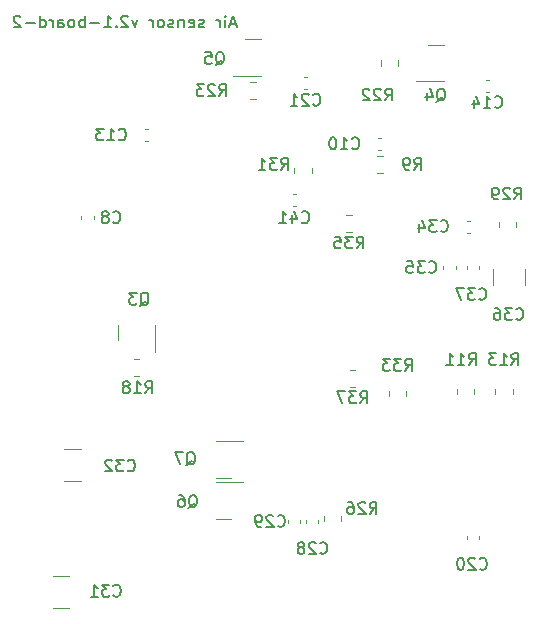
<source format=gbr>
%TF.GenerationSoftware,KiCad,Pcbnew,7.0.9-7.0.9~ubuntu22.04.1*%
%TF.CreationDate,2023-12-02T23:02:12+03:00*%
%TF.ProjectId,air-detector,6169722d-6465-4746-9563-746f722e6b69,rev?*%
%TF.SameCoordinates,Original*%
%TF.FileFunction,Legend,Bot*%
%TF.FilePolarity,Positive*%
%FSLAX46Y46*%
G04 Gerber Fmt 4.6, Leading zero omitted, Abs format (unit mm)*
G04 Created by KiCad (PCBNEW 7.0.9-7.0.9~ubuntu22.04.1) date 2023-12-02 23:02:12*
%MOMM*%
%LPD*%
G01*
G04 APERTURE LIST*
%ADD10C,0.150000*%
%ADD11C,0.120000*%
G04 APERTURE END LIST*
D10*
X84310839Y-33104104D02*
X83834649Y-33104104D01*
X84406077Y-33389819D02*
X84072744Y-32389819D01*
X84072744Y-32389819D02*
X83739411Y-33389819D01*
X83406077Y-33389819D02*
X83406077Y-32723152D01*
X83406077Y-32389819D02*
X83453696Y-32437438D01*
X83453696Y-32437438D02*
X83406077Y-32485057D01*
X83406077Y-32485057D02*
X83358458Y-32437438D01*
X83358458Y-32437438D02*
X83406077Y-32389819D01*
X83406077Y-32389819D02*
X83406077Y-32485057D01*
X82929887Y-33389819D02*
X82929887Y-32723152D01*
X82929887Y-32913628D02*
X82882268Y-32818390D01*
X82882268Y-32818390D02*
X82834649Y-32770771D01*
X82834649Y-32770771D02*
X82739411Y-32723152D01*
X82739411Y-32723152D02*
X82644173Y-32723152D01*
X81596553Y-33342200D02*
X81501315Y-33389819D01*
X81501315Y-33389819D02*
X81310839Y-33389819D01*
X81310839Y-33389819D02*
X81215601Y-33342200D01*
X81215601Y-33342200D02*
X81167982Y-33246961D01*
X81167982Y-33246961D02*
X81167982Y-33199342D01*
X81167982Y-33199342D02*
X81215601Y-33104104D01*
X81215601Y-33104104D02*
X81310839Y-33056485D01*
X81310839Y-33056485D02*
X81453696Y-33056485D01*
X81453696Y-33056485D02*
X81548934Y-33008866D01*
X81548934Y-33008866D02*
X81596553Y-32913628D01*
X81596553Y-32913628D02*
X81596553Y-32866009D01*
X81596553Y-32866009D02*
X81548934Y-32770771D01*
X81548934Y-32770771D02*
X81453696Y-32723152D01*
X81453696Y-32723152D02*
X81310839Y-32723152D01*
X81310839Y-32723152D02*
X81215601Y-32770771D01*
X80358458Y-33342200D02*
X80453696Y-33389819D01*
X80453696Y-33389819D02*
X80644172Y-33389819D01*
X80644172Y-33389819D02*
X80739410Y-33342200D01*
X80739410Y-33342200D02*
X80787029Y-33246961D01*
X80787029Y-33246961D02*
X80787029Y-32866009D01*
X80787029Y-32866009D02*
X80739410Y-32770771D01*
X80739410Y-32770771D02*
X80644172Y-32723152D01*
X80644172Y-32723152D02*
X80453696Y-32723152D01*
X80453696Y-32723152D02*
X80358458Y-32770771D01*
X80358458Y-32770771D02*
X80310839Y-32866009D01*
X80310839Y-32866009D02*
X80310839Y-32961247D01*
X80310839Y-32961247D02*
X80787029Y-33056485D01*
X79882267Y-32723152D02*
X79882267Y-33389819D01*
X79882267Y-32818390D02*
X79834648Y-32770771D01*
X79834648Y-32770771D02*
X79739410Y-32723152D01*
X79739410Y-32723152D02*
X79596553Y-32723152D01*
X79596553Y-32723152D02*
X79501315Y-32770771D01*
X79501315Y-32770771D02*
X79453696Y-32866009D01*
X79453696Y-32866009D02*
X79453696Y-33389819D01*
X79025124Y-33342200D02*
X78929886Y-33389819D01*
X78929886Y-33389819D02*
X78739410Y-33389819D01*
X78739410Y-33389819D02*
X78644172Y-33342200D01*
X78644172Y-33342200D02*
X78596553Y-33246961D01*
X78596553Y-33246961D02*
X78596553Y-33199342D01*
X78596553Y-33199342D02*
X78644172Y-33104104D01*
X78644172Y-33104104D02*
X78739410Y-33056485D01*
X78739410Y-33056485D02*
X78882267Y-33056485D01*
X78882267Y-33056485D02*
X78977505Y-33008866D01*
X78977505Y-33008866D02*
X79025124Y-32913628D01*
X79025124Y-32913628D02*
X79025124Y-32866009D01*
X79025124Y-32866009D02*
X78977505Y-32770771D01*
X78977505Y-32770771D02*
X78882267Y-32723152D01*
X78882267Y-32723152D02*
X78739410Y-32723152D01*
X78739410Y-32723152D02*
X78644172Y-32770771D01*
X78025124Y-33389819D02*
X78120362Y-33342200D01*
X78120362Y-33342200D02*
X78167981Y-33294580D01*
X78167981Y-33294580D02*
X78215600Y-33199342D01*
X78215600Y-33199342D02*
X78215600Y-32913628D01*
X78215600Y-32913628D02*
X78167981Y-32818390D01*
X78167981Y-32818390D02*
X78120362Y-32770771D01*
X78120362Y-32770771D02*
X78025124Y-32723152D01*
X78025124Y-32723152D02*
X77882267Y-32723152D01*
X77882267Y-32723152D02*
X77787029Y-32770771D01*
X77787029Y-32770771D02*
X77739410Y-32818390D01*
X77739410Y-32818390D02*
X77691791Y-32913628D01*
X77691791Y-32913628D02*
X77691791Y-33199342D01*
X77691791Y-33199342D02*
X77739410Y-33294580D01*
X77739410Y-33294580D02*
X77787029Y-33342200D01*
X77787029Y-33342200D02*
X77882267Y-33389819D01*
X77882267Y-33389819D02*
X78025124Y-33389819D01*
X77263219Y-33389819D02*
X77263219Y-32723152D01*
X77263219Y-32913628D02*
X77215600Y-32818390D01*
X77215600Y-32818390D02*
X77167981Y-32770771D01*
X77167981Y-32770771D02*
X77072743Y-32723152D01*
X77072743Y-32723152D02*
X76977505Y-32723152D01*
X75977504Y-32723152D02*
X75739409Y-33389819D01*
X75739409Y-33389819D02*
X75501314Y-32723152D01*
X75167980Y-32485057D02*
X75120361Y-32437438D01*
X75120361Y-32437438D02*
X75025123Y-32389819D01*
X75025123Y-32389819D02*
X74787028Y-32389819D01*
X74787028Y-32389819D02*
X74691790Y-32437438D01*
X74691790Y-32437438D02*
X74644171Y-32485057D01*
X74644171Y-32485057D02*
X74596552Y-32580295D01*
X74596552Y-32580295D02*
X74596552Y-32675533D01*
X74596552Y-32675533D02*
X74644171Y-32818390D01*
X74644171Y-32818390D02*
X75215599Y-33389819D01*
X75215599Y-33389819D02*
X74596552Y-33389819D01*
X74167980Y-33294580D02*
X74120361Y-33342200D01*
X74120361Y-33342200D02*
X74167980Y-33389819D01*
X74167980Y-33389819D02*
X74215599Y-33342200D01*
X74215599Y-33342200D02*
X74167980Y-33294580D01*
X74167980Y-33294580D02*
X74167980Y-33389819D01*
X73167981Y-33389819D02*
X73739409Y-33389819D01*
X73453695Y-33389819D02*
X73453695Y-32389819D01*
X73453695Y-32389819D02*
X73548933Y-32532676D01*
X73548933Y-32532676D02*
X73644171Y-32627914D01*
X73644171Y-32627914D02*
X73739409Y-32675533D01*
X72739409Y-33008866D02*
X71977505Y-33008866D01*
X71501314Y-33389819D02*
X71501314Y-32389819D01*
X71501314Y-32770771D02*
X71406076Y-32723152D01*
X71406076Y-32723152D02*
X71215600Y-32723152D01*
X71215600Y-32723152D02*
X71120362Y-32770771D01*
X71120362Y-32770771D02*
X71072743Y-32818390D01*
X71072743Y-32818390D02*
X71025124Y-32913628D01*
X71025124Y-32913628D02*
X71025124Y-33199342D01*
X71025124Y-33199342D02*
X71072743Y-33294580D01*
X71072743Y-33294580D02*
X71120362Y-33342200D01*
X71120362Y-33342200D02*
X71215600Y-33389819D01*
X71215600Y-33389819D02*
X71406076Y-33389819D01*
X71406076Y-33389819D02*
X71501314Y-33342200D01*
X70453695Y-33389819D02*
X70548933Y-33342200D01*
X70548933Y-33342200D02*
X70596552Y-33294580D01*
X70596552Y-33294580D02*
X70644171Y-33199342D01*
X70644171Y-33199342D02*
X70644171Y-32913628D01*
X70644171Y-32913628D02*
X70596552Y-32818390D01*
X70596552Y-32818390D02*
X70548933Y-32770771D01*
X70548933Y-32770771D02*
X70453695Y-32723152D01*
X70453695Y-32723152D02*
X70310838Y-32723152D01*
X70310838Y-32723152D02*
X70215600Y-32770771D01*
X70215600Y-32770771D02*
X70167981Y-32818390D01*
X70167981Y-32818390D02*
X70120362Y-32913628D01*
X70120362Y-32913628D02*
X70120362Y-33199342D01*
X70120362Y-33199342D02*
X70167981Y-33294580D01*
X70167981Y-33294580D02*
X70215600Y-33342200D01*
X70215600Y-33342200D02*
X70310838Y-33389819D01*
X70310838Y-33389819D02*
X70453695Y-33389819D01*
X69263219Y-33389819D02*
X69263219Y-32866009D01*
X69263219Y-32866009D02*
X69310838Y-32770771D01*
X69310838Y-32770771D02*
X69406076Y-32723152D01*
X69406076Y-32723152D02*
X69596552Y-32723152D01*
X69596552Y-32723152D02*
X69691790Y-32770771D01*
X69263219Y-33342200D02*
X69358457Y-33389819D01*
X69358457Y-33389819D02*
X69596552Y-33389819D01*
X69596552Y-33389819D02*
X69691790Y-33342200D01*
X69691790Y-33342200D02*
X69739409Y-33246961D01*
X69739409Y-33246961D02*
X69739409Y-33151723D01*
X69739409Y-33151723D02*
X69691790Y-33056485D01*
X69691790Y-33056485D02*
X69596552Y-33008866D01*
X69596552Y-33008866D02*
X69358457Y-33008866D01*
X69358457Y-33008866D02*
X69263219Y-32961247D01*
X68787028Y-33389819D02*
X68787028Y-32723152D01*
X68787028Y-32913628D02*
X68739409Y-32818390D01*
X68739409Y-32818390D02*
X68691790Y-32770771D01*
X68691790Y-32770771D02*
X68596552Y-32723152D01*
X68596552Y-32723152D02*
X68501314Y-32723152D01*
X67739409Y-33389819D02*
X67739409Y-32389819D01*
X67739409Y-33342200D02*
X67834647Y-33389819D01*
X67834647Y-33389819D02*
X68025123Y-33389819D01*
X68025123Y-33389819D02*
X68120361Y-33342200D01*
X68120361Y-33342200D02*
X68167980Y-33294580D01*
X68167980Y-33294580D02*
X68215599Y-33199342D01*
X68215599Y-33199342D02*
X68215599Y-32913628D01*
X68215599Y-32913628D02*
X68167980Y-32818390D01*
X68167980Y-32818390D02*
X68120361Y-32770771D01*
X68120361Y-32770771D02*
X68025123Y-32723152D01*
X68025123Y-32723152D02*
X67834647Y-32723152D01*
X67834647Y-32723152D02*
X67739409Y-32770771D01*
X67263218Y-33008866D02*
X66501314Y-33008866D01*
X66072742Y-32485057D02*
X66025123Y-32437438D01*
X66025123Y-32437438D02*
X65929885Y-32389819D01*
X65929885Y-32389819D02*
X65691790Y-32389819D01*
X65691790Y-32389819D02*
X65596552Y-32437438D01*
X65596552Y-32437438D02*
X65548933Y-32485057D01*
X65548933Y-32485057D02*
X65501314Y-32580295D01*
X65501314Y-32580295D02*
X65501314Y-32675533D01*
X65501314Y-32675533D02*
X65548933Y-32818390D01*
X65548933Y-32818390D02*
X66120361Y-33389819D01*
X66120361Y-33389819D02*
X65501314Y-33389819D01*
X80295238Y-74070057D02*
X80390476Y-74022438D01*
X80390476Y-74022438D02*
X80485714Y-73927200D01*
X80485714Y-73927200D02*
X80628571Y-73784342D01*
X80628571Y-73784342D02*
X80723809Y-73736723D01*
X80723809Y-73736723D02*
X80819047Y-73736723D01*
X80771428Y-73974819D02*
X80866666Y-73927200D01*
X80866666Y-73927200D02*
X80961904Y-73831961D01*
X80961904Y-73831961D02*
X81009523Y-73641485D01*
X81009523Y-73641485D02*
X81009523Y-73308152D01*
X81009523Y-73308152D02*
X80961904Y-73117676D01*
X80961904Y-73117676D02*
X80866666Y-73022438D01*
X80866666Y-73022438D02*
X80771428Y-72974819D01*
X80771428Y-72974819D02*
X80580952Y-72974819D01*
X80580952Y-72974819D02*
X80485714Y-73022438D01*
X80485714Y-73022438D02*
X80390476Y-73117676D01*
X80390476Y-73117676D02*
X80342857Y-73308152D01*
X80342857Y-73308152D02*
X80342857Y-73641485D01*
X80342857Y-73641485D02*
X80390476Y-73831961D01*
X80390476Y-73831961D02*
X80485714Y-73927200D01*
X80485714Y-73927200D02*
X80580952Y-73974819D01*
X80580952Y-73974819D02*
X80771428Y-73974819D01*
X79485714Y-72974819D02*
X79676190Y-72974819D01*
X79676190Y-72974819D02*
X79771428Y-73022438D01*
X79771428Y-73022438D02*
X79819047Y-73070057D01*
X79819047Y-73070057D02*
X79914285Y-73212914D01*
X79914285Y-73212914D02*
X79961904Y-73403390D01*
X79961904Y-73403390D02*
X79961904Y-73784342D01*
X79961904Y-73784342D02*
X79914285Y-73879580D01*
X79914285Y-73879580D02*
X79866666Y-73927200D01*
X79866666Y-73927200D02*
X79771428Y-73974819D01*
X79771428Y-73974819D02*
X79580952Y-73974819D01*
X79580952Y-73974819D02*
X79485714Y-73927200D01*
X79485714Y-73927200D02*
X79438095Y-73879580D01*
X79438095Y-73879580D02*
X79390476Y-73784342D01*
X79390476Y-73784342D02*
X79390476Y-73546247D01*
X79390476Y-73546247D02*
X79438095Y-73451009D01*
X79438095Y-73451009D02*
X79485714Y-73403390D01*
X79485714Y-73403390D02*
X79580952Y-73355771D01*
X79580952Y-73355771D02*
X79771428Y-73355771D01*
X79771428Y-73355771D02*
X79866666Y-73403390D01*
X79866666Y-73403390D02*
X79914285Y-73451009D01*
X79914285Y-73451009D02*
X79961904Y-73546247D01*
X73942857Y-81479580D02*
X73990476Y-81527200D01*
X73990476Y-81527200D02*
X74133333Y-81574819D01*
X74133333Y-81574819D02*
X74228571Y-81574819D01*
X74228571Y-81574819D02*
X74371428Y-81527200D01*
X74371428Y-81527200D02*
X74466666Y-81431961D01*
X74466666Y-81431961D02*
X74514285Y-81336723D01*
X74514285Y-81336723D02*
X74561904Y-81146247D01*
X74561904Y-81146247D02*
X74561904Y-81003390D01*
X74561904Y-81003390D02*
X74514285Y-80812914D01*
X74514285Y-80812914D02*
X74466666Y-80717676D01*
X74466666Y-80717676D02*
X74371428Y-80622438D01*
X74371428Y-80622438D02*
X74228571Y-80574819D01*
X74228571Y-80574819D02*
X74133333Y-80574819D01*
X74133333Y-80574819D02*
X73990476Y-80622438D01*
X73990476Y-80622438D02*
X73942857Y-80670057D01*
X73609523Y-80574819D02*
X72990476Y-80574819D01*
X72990476Y-80574819D02*
X73323809Y-80955771D01*
X73323809Y-80955771D02*
X73180952Y-80955771D01*
X73180952Y-80955771D02*
X73085714Y-81003390D01*
X73085714Y-81003390D02*
X73038095Y-81051009D01*
X73038095Y-81051009D02*
X72990476Y-81146247D01*
X72990476Y-81146247D02*
X72990476Y-81384342D01*
X72990476Y-81384342D02*
X73038095Y-81479580D01*
X73038095Y-81479580D02*
X73085714Y-81527200D01*
X73085714Y-81527200D02*
X73180952Y-81574819D01*
X73180952Y-81574819D02*
X73466666Y-81574819D01*
X73466666Y-81574819D02*
X73561904Y-81527200D01*
X73561904Y-81527200D02*
X73609523Y-81479580D01*
X72038095Y-81574819D02*
X72609523Y-81574819D01*
X72323809Y-81574819D02*
X72323809Y-80574819D01*
X72323809Y-80574819D02*
X72419047Y-80717676D01*
X72419047Y-80717676D02*
X72514285Y-80812914D01*
X72514285Y-80812914D02*
X72609523Y-80860533D01*
X104892857Y-56359580D02*
X104940476Y-56407200D01*
X104940476Y-56407200D02*
X105083333Y-56454819D01*
X105083333Y-56454819D02*
X105178571Y-56454819D01*
X105178571Y-56454819D02*
X105321428Y-56407200D01*
X105321428Y-56407200D02*
X105416666Y-56311961D01*
X105416666Y-56311961D02*
X105464285Y-56216723D01*
X105464285Y-56216723D02*
X105511904Y-56026247D01*
X105511904Y-56026247D02*
X105511904Y-55883390D01*
X105511904Y-55883390D02*
X105464285Y-55692914D01*
X105464285Y-55692914D02*
X105416666Y-55597676D01*
X105416666Y-55597676D02*
X105321428Y-55502438D01*
X105321428Y-55502438D02*
X105178571Y-55454819D01*
X105178571Y-55454819D02*
X105083333Y-55454819D01*
X105083333Y-55454819D02*
X104940476Y-55502438D01*
X104940476Y-55502438D02*
X104892857Y-55550057D01*
X104559523Y-55454819D02*
X103940476Y-55454819D01*
X103940476Y-55454819D02*
X104273809Y-55835771D01*
X104273809Y-55835771D02*
X104130952Y-55835771D01*
X104130952Y-55835771D02*
X104035714Y-55883390D01*
X104035714Y-55883390D02*
X103988095Y-55931009D01*
X103988095Y-55931009D02*
X103940476Y-56026247D01*
X103940476Y-56026247D02*
X103940476Y-56264342D01*
X103940476Y-56264342D02*
X103988095Y-56359580D01*
X103988095Y-56359580D02*
X104035714Y-56407200D01*
X104035714Y-56407200D02*
X104130952Y-56454819D01*
X104130952Y-56454819D02*
X104416666Y-56454819D01*
X104416666Y-56454819D02*
X104511904Y-56407200D01*
X104511904Y-56407200D02*
X104559523Y-56359580D01*
X103607142Y-55454819D02*
X102940476Y-55454819D01*
X102940476Y-55454819D02*
X103369047Y-56454819D01*
X91442857Y-77879580D02*
X91490476Y-77927200D01*
X91490476Y-77927200D02*
X91633333Y-77974819D01*
X91633333Y-77974819D02*
X91728571Y-77974819D01*
X91728571Y-77974819D02*
X91871428Y-77927200D01*
X91871428Y-77927200D02*
X91966666Y-77831961D01*
X91966666Y-77831961D02*
X92014285Y-77736723D01*
X92014285Y-77736723D02*
X92061904Y-77546247D01*
X92061904Y-77546247D02*
X92061904Y-77403390D01*
X92061904Y-77403390D02*
X92014285Y-77212914D01*
X92014285Y-77212914D02*
X91966666Y-77117676D01*
X91966666Y-77117676D02*
X91871428Y-77022438D01*
X91871428Y-77022438D02*
X91728571Y-76974819D01*
X91728571Y-76974819D02*
X91633333Y-76974819D01*
X91633333Y-76974819D02*
X91490476Y-77022438D01*
X91490476Y-77022438D02*
X91442857Y-77070057D01*
X91061904Y-77070057D02*
X91014285Y-77022438D01*
X91014285Y-77022438D02*
X90919047Y-76974819D01*
X90919047Y-76974819D02*
X90680952Y-76974819D01*
X90680952Y-76974819D02*
X90585714Y-77022438D01*
X90585714Y-77022438D02*
X90538095Y-77070057D01*
X90538095Y-77070057D02*
X90490476Y-77165295D01*
X90490476Y-77165295D02*
X90490476Y-77260533D01*
X90490476Y-77260533D02*
X90538095Y-77403390D01*
X90538095Y-77403390D02*
X91109523Y-77974819D01*
X91109523Y-77974819D02*
X90490476Y-77974819D01*
X89919047Y-77403390D02*
X90014285Y-77355771D01*
X90014285Y-77355771D02*
X90061904Y-77308152D01*
X90061904Y-77308152D02*
X90109523Y-77212914D01*
X90109523Y-77212914D02*
X90109523Y-77165295D01*
X90109523Y-77165295D02*
X90061904Y-77070057D01*
X90061904Y-77070057D02*
X90014285Y-77022438D01*
X90014285Y-77022438D02*
X89919047Y-76974819D01*
X89919047Y-76974819D02*
X89728571Y-76974819D01*
X89728571Y-76974819D02*
X89633333Y-77022438D01*
X89633333Y-77022438D02*
X89585714Y-77070057D01*
X89585714Y-77070057D02*
X89538095Y-77165295D01*
X89538095Y-77165295D02*
X89538095Y-77212914D01*
X89538095Y-77212914D02*
X89585714Y-77308152D01*
X89585714Y-77308152D02*
X89633333Y-77355771D01*
X89633333Y-77355771D02*
X89728571Y-77403390D01*
X89728571Y-77403390D02*
X89919047Y-77403390D01*
X89919047Y-77403390D02*
X90014285Y-77451009D01*
X90014285Y-77451009D02*
X90061904Y-77498628D01*
X90061904Y-77498628D02*
X90109523Y-77593866D01*
X90109523Y-77593866D02*
X90109523Y-77784342D01*
X90109523Y-77784342D02*
X90061904Y-77879580D01*
X90061904Y-77879580D02*
X90014285Y-77927200D01*
X90014285Y-77927200D02*
X89919047Y-77974819D01*
X89919047Y-77974819D02*
X89728571Y-77974819D01*
X89728571Y-77974819D02*
X89633333Y-77927200D01*
X89633333Y-77927200D02*
X89585714Y-77879580D01*
X89585714Y-77879580D02*
X89538095Y-77784342D01*
X89538095Y-77784342D02*
X89538095Y-77593866D01*
X89538095Y-77593866D02*
X89585714Y-77498628D01*
X89585714Y-77498628D02*
X89633333Y-77451009D01*
X89633333Y-77451009D02*
X89728571Y-77403390D01*
X74392857Y-42859580D02*
X74440476Y-42907200D01*
X74440476Y-42907200D02*
X74583333Y-42954819D01*
X74583333Y-42954819D02*
X74678571Y-42954819D01*
X74678571Y-42954819D02*
X74821428Y-42907200D01*
X74821428Y-42907200D02*
X74916666Y-42811961D01*
X74916666Y-42811961D02*
X74964285Y-42716723D01*
X74964285Y-42716723D02*
X75011904Y-42526247D01*
X75011904Y-42526247D02*
X75011904Y-42383390D01*
X75011904Y-42383390D02*
X74964285Y-42192914D01*
X74964285Y-42192914D02*
X74916666Y-42097676D01*
X74916666Y-42097676D02*
X74821428Y-42002438D01*
X74821428Y-42002438D02*
X74678571Y-41954819D01*
X74678571Y-41954819D02*
X74583333Y-41954819D01*
X74583333Y-41954819D02*
X74440476Y-42002438D01*
X74440476Y-42002438D02*
X74392857Y-42050057D01*
X73440476Y-42954819D02*
X74011904Y-42954819D01*
X73726190Y-42954819D02*
X73726190Y-41954819D01*
X73726190Y-41954819D02*
X73821428Y-42097676D01*
X73821428Y-42097676D02*
X73916666Y-42192914D01*
X73916666Y-42192914D02*
X74011904Y-42240533D01*
X73107142Y-41954819D02*
X72488095Y-41954819D01*
X72488095Y-41954819D02*
X72821428Y-42335771D01*
X72821428Y-42335771D02*
X72678571Y-42335771D01*
X72678571Y-42335771D02*
X72583333Y-42383390D01*
X72583333Y-42383390D02*
X72535714Y-42431009D01*
X72535714Y-42431009D02*
X72488095Y-42526247D01*
X72488095Y-42526247D02*
X72488095Y-42764342D01*
X72488095Y-42764342D02*
X72535714Y-42859580D01*
X72535714Y-42859580D02*
X72583333Y-42907200D01*
X72583333Y-42907200D02*
X72678571Y-42954819D01*
X72678571Y-42954819D02*
X72964285Y-42954819D01*
X72964285Y-42954819D02*
X73059523Y-42907200D01*
X73059523Y-42907200D02*
X73107142Y-42859580D01*
X76195238Y-56950057D02*
X76290476Y-56902438D01*
X76290476Y-56902438D02*
X76385714Y-56807200D01*
X76385714Y-56807200D02*
X76528571Y-56664342D01*
X76528571Y-56664342D02*
X76623809Y-56616723D01*
X76623809Y-56616723D02*
X76719047Y-56616723D01*
X76671428Y-56854819D02*
X76766666Y-56807200D01*
X76766666Y-56807200D02*
X76861904Y-56711961D01*
X76861904Y-56711961D02*
X76909523Y-56521485D01*
X76909523Y-56521485D02*
X76909523Y-56188152D01*
X76909523Y-56188152D02*
X76861904Y-55997676D01*
X76861904Y-55997676D02*
X76766666Y-55902438D01*
X76766666Y-55902438D02*
X76671428Y-55854819D01*
X76671428Y-55854819D02*
X76480952Y-55854819D01*
X76480952Y-55854819D02*
X76385714Y-55902438D01*
X76385714Y-55902438D02*
X76290476Y-55997676D01*
X76290476Y-55997676D02*
X76242857Y-56188152D01*
X76242857Y-56188152D02*
X76242857Y-56521485D01*
X76242857Y-56521485D02*
X76290476Y-56711961D01*
X76290476Y-56711961D02*
X76385714Y-56807200D01*
X76385714Y-56807200D02*
X76480952Y-56854819D01*
X76480952Y-56854819D02*
X76671428Y-56854819D01*
X75909523Y-55854819D02*
X75290476Y-55854819D01*
X75290476Y-55854819D02*
X75623809Y-56235771D01*
X75623809Y-56235771D02*
X75480952Y-56235771D01*
X75480952Y-56235771D02*
X75385714Y-56283390D01*
X75385714Y-56283390D02*
X75338095Y-56331009D01*
X75338095Y-56331009D02*
X75290476Y-56426247D01*
X75290476Y-56426247D02*
X75290476Y-56664342D01*
X75290476Y-56664342D02*
X75338095Y-56759580D01*
X75338095Y-56759580D02*
X75385714Y-56807200D01*
X75385714Y-56807200D02*
X75480952Y-56854819D01*
X75480952Y-56854819D02*
X75766666Y-56854819D01*
X75766666Y-56854819D02*
X75861904Y-56807200D01*
X75861904Y-56807200D02*
X75909523Y-56759580D01*
X82892857Y-39204819D02*
X83226190Y-38728628D01*
X83464285Y-39204819D02*
X83464285Y-38204819D01*
X83464285Y-38204819D02*
X83083333Y-38204819D01*
X83083333Y-38204819D02*
X82988095Y-38252438D01*
X82988095Y-38252438D02*
X82940476Y-38300057D01*
X82940476Y-38300057D02*
X82892857Y-38395295D01*
X82892857Y-38395295D02*
X82892857Y-38538152D01*
X82892857Y-38538152D02*
X82940476Y-38633390D01*
X82940476Y-38633390D02*
X82988095Y-38681009D01*
X82988095Y-38681009D02*
X83083333Y-38728628D01*
X83083333Y-38728628D02*
X83464285Y-38728628D01*
X82511904Y-38300057D02*
X82464285Y-38252438D01*
X82464285Y-38252438D02*
X82369047Y-38204819D01*
X82369047Y-38204819D02*
X82130952Y-38204819D01*
X82130952Y-38204819D02*
X82035714Y-38252438D01*
X82035714Y-38252438D02*
X81988095Y-38300057D01*
X81988095Y-38300057D02*
X81940476Y-38395295D01*
X81940476Y-38395295D02*
X81940476Y-38490533D01*
X81940476Y-38490533D02*
X81988095Y-38633390D01*
X81988095Y-38633390D02*
X82559523Y-39204819D01*
X82559523Y-39204819D02*
X81940476Y-39204819D01*
X81607142Y-38204819D02*
X80988095Y-38204819D01*
X80988095Y-38204819D02*
X81321428Y-38585771D01*
X81321428Y-38585771D02*
X81178571Y-38585771D01*
X81178571Y-38585771D02*
X81083333Y-38633390D01*
X81083333Y-38633390D02*
X81035714Y-38681009D01*
X81035714Y-38681009D02*
X80988095Y-38776247D01*
X80988095Y-38776247D02*
X80988095Y-39014342D01*
X80988095Y-39014342D02*
X81035714Y-39109580D01*
X81035714Y-39109580D02*
X81083333Y-39157200D01*
X81083333Y-39157200D02*
X81178571Y-39204819D01*
X81178571Y-39204819D02*
X81464285Y-39204819D01*
X81464285Y-39204819D02*
X81559523Y-39157200D01*
X81559523Y-39157200D02*
X81607142Y-39109580D01*
X106242857Y-40109580D02*
X106290476Y-40157200D01*
X106290476Y-40157200D02*
X106433333Y-40204819D01*
X106433333Y-40204819D02*
X106528571Y-40204819D01*
X106528571Y-40204819D02*
X106671428Y-40157200D01*
X106671428Y-40157200D02*
X106766666Y-40061961D01*
X106766666Y-40061961D02*
X106814285Y-39966723D01*
X106814285Y-39966723D02*
X106861904Y-39776247D01*
X106861904Y-39776247D02*
X106861904Y-39633390D01*
X106861904Y-39633390D02*
X106814285Y-39442914D01*
X106814285Y-39442914D02*
X106766666Y-39347676D01*
X106766666Y-39347676D02*
X106671428Y-39252438D01*
X106671428Y-39252438D02*
X106528571Y-39204819D01*
X106528571Y-39204819D02*
X106433333Y-39204819D01*
X106433333Y-39204819D02*
X106290476Y-39252438D01*
X106290476Y-39252438D02*
X106242857Y-39300057D01*
X105290476Y-40204819D02*
X105861904Y-40204819D01*
X105576190Y-40204819D02*
X105576190Y-39204819D01*
X105576190Y-39204819D02*
X105671428Y-39347676D01*
X105671428Y-39347676D02*
X105766666Y-39442914D01*
X105766666Y-39442914D02*
X105861904Y-39490533D01*
X104433333Y-39538152D02*
X104433333Y-40204819D01*
X104671428Y-39157200D02*
X104909523Y-39871485D01*
X104909523Y-39871485D02*
X104290476Y-39871485D01*
X100642857Y-54079580D02*
X100690476Y-54127200D01*
X100690476Y-54127200D02*
X100833333Y-54174819D01*
X100833333Y-54174819D02*
X100928571Y-54174819D01*
X100928571Y-54174819D02*
X101071428Y-54127200D01*
X101071428Y-54127200D02*
X101166666Y-54031961D01*
X101166666Y-54031961D02*
X101214285Y-53936723D01*
X101214285Y-53936723D02*
X101261904Y-53746247D01*
X101261904Y-53746247D02*
X101261904Y-53603390D01*
X101261904Y-53603390D02*
X101214285Y-53412914D01*
X101214285Y-53412914D02*
X101166666Y-53317676D01*
X101166666Y-53317676D02*
X101071428Y-53222438D01*
X101071428Y-53222438D02*
X100928571Y-53174819D01*
X100928571Y-53174819D02*
X100833333Y-53174819D01*
X100833333Y-53174819D02*
X100690476Y-53222438D01*
X100690476Y-53222438D02*
X100642857Y-53270057D01*
X100309523Y-53174819D02*
X99690476Y-53174819D01*
X99690476Y-53174819D02*
X100023809Y-53555771D01*
X100023809Y-53555771D02*
X99880952Y-53555771D01*
X99880952Y-53555771D02*
X99785714Y-53603390D01*
X99785714Y-53603390D02*
X99738095Y-53651009D01*
X99738095Y-53651009D02*
X99690476Y-53746247D01*
X99690476Y-53746247D02*
X99690476Y-53984342D01*
X99690476Y-53984342D02*
X99738095Y-54079580D01*
X99738095Y-54079580D02*
X99785714Y-54127200D01*
X99785714Y-54127200D02*
X99880952Y-54174819D01*
X99880952Y-54174819D02*
X100166666Y-54174819D01*
X100166666Y-54174819D02*
X100261904Y-54127200D01*
X100261904Y-54127200D02*
X100309523Y-54079580D01*
X98785714Y-53174819D02*
X99261904Y-53174819D01*
X99261904Y-53174819D02*
X99309523Y-53651009D01*
X99309523Y-53651009D02*
X99261904Y-53603390D01*
X99261904Y-53603390D02*
X99166666Y-53555771D01*
X99166666Y-53555771D02*
X98928571Y-53555771D01*
X98928571Y-53555771D02*
X98833333Y-53603390D01*
X98833333Y-53603390D02*
X98785714Y-53651009D01*
X98785714Y-53651009D02*
X98738095Y-53746247D01*
X98738095Y-53746247D02*
X98738095Y-53984342D01*
X98738095Y-53984342D02*
X98785714Y-54079580D01*
X98785714Y-54079580D02*
X98833333Y-54127200D01*
X98833333Y-54127200D02*
X98928571Y-54174819D01*
X98928571Y-54174819D02*
X99166666Y-54174819D01*
X99166666Y-54174819D02*
X99261904Y-54127200D01*
X99261904Y-54127200D02*
X99309523Y-54079580D01*
X95642857Y-74574819D02*
X95976190Y-74098628D01*
X96214285Y-74574819D02*
X96214285Y-73574819D01*
X96214285Y-73574819D02*
X95833333Y-73574819D01*
X95833333Y-73574819D02*
X95738095Y-73622438D01*
X95738095Y-73622438D02*
X95690476Y-73670057D01*
X95690476Y-73670057D02*
X95642857Y-73765295D01*
X95642857Y-73765295D02*
X95642857Y-73908152D01*
X95642857Y-73908152D02*
X95690476Y-74003390D01*
X95690476Y-74003390D02*
X95738095Y-74051009D01*
X95738095Y-74051009D02*
X95833333Y-74098628D01*
X95833333Y-74098628D02*
X96214285Y-74098628D01*
X95261904Y-73670057D02*
X95214285Y-73622438D01*
X95214285Y-73622438D02*
X95119047Y-73574819D01*
X95119047Y-73574819D02*
X94880952Y-73574819D01*
X94880952Y-73574819D02*
X94785714Y-73622438D01*
X94785714Y-73622438D02*
X94738095Y-73670057D01*
X94738095Y-73670057D02*
X94690476Y-73765295D01*
X94690476Y-73765295D02*
X94690476Y-73860533D01*
X94690476Y-73860533D02*
X94738095Y-74003390D01*
X94738095Y-74003390D02*
X95309523Y-74574819D01*
X95309523Y-74574819D02*
X94690476Y-74574819D01*
X93833333Y-73574819D02*
X94023809Y-73574819D01*
X94023809Y-73574819D02*
X94119047Y-73622438D01*
X94119047Y-73622438D02*
X94166666Y-73670057D01*
X94166666Y-73670057D02*
X94261904Y-73812914D01*
X94261904Y-73812914D02*
X94309523Y-74003390D01*
X94309523Y-74003390D02*
X94309523Y-74384342D01*
X94309523Y-74384342D02*
X94261904Y-74479580D01*
X94261904Y-74479580D02*
X94214285Y-74527200D01*
X94214285Y-74527200D02*
X94119047Y-74574819D01*
X94119047Y-74574819D02*
X93928571Y-74574819D01*
X93928571Y-74574819D02*
X93833333Y-74527200D01*
X93833333Y-74527200D02*
X93785714Y-74479580D01*
X93785714Y-74479580D02*
X93738095Y-74384342D01*
X93738095Y-74384342D02*
X93738095Y-74146247D01*
X93738095Y-74146247D02*
X93785714Y-74051009D01*
X93785714Y-74051009D02*
X93833333Y-74003390D01*
X93833333Y-74003390D02*
X93928571Y-73955771D01*
X93928571Y-73955771D02*
X94119047Y-73955771D01*
X94119047Y-73955771D02*
X94214285Y-74003390D01*
X94214285Y-74003390D02*
X94261904Y-74051009D01*
X94261904Y-74051009D02*
X94309523Y-74146247D01*
X89892857Y-49859580D02*
X89940476Y-49907200D01*
X89940476Y-49907200D02*
X90083333Y-49954819D01*
X90083333Y-49954819D02*
X90178571Y-49954819D01*
X90178571Y-49954819D02*
X90321428Y-49907200D01*
X90321428Y-49907200D02*
X90416666Y-49811961D01*
X90416666Y-49811961D02*
X90464285Y-49716723D01*
X90464285Y-49716723D02*
X90511904Y-49526247D01*
X90511904Y-49526247D02*
X90511904Y-49383390D01*
X90511904Y-49383390D02*
X90464285Y-49192914D01*
X90464285Y-49192914D02*
X90416666Y-49097676D01*
X90416666Y-49097676D02*
X90321428Y-49002438D01*
X90321428Y-49002438D02*
X90178571Y-48954819D01*
X90178571Y-48954819D02*
X90083333Y-48954819D01*
X90083333Y-48954819D02*
X89940476Y-49002438D01*
X89940476Y-49002438D02*
X89892857Y-49050057D01*
X89035714Y-49288152D02*
X89035714Y-49954819D01*
X89273809Y-48907200D02*
X89511904Y-49621485D01*
X89511904Y-49621485D02*
X88892857Y-49621485D01*
X87988095Y-49954819D02*
X88559523Y-49954819D01*
X88273809Y-49954819D02*
X88273809Y-48954819D01*
X88273809Y-48954819D02*
X88369047Y-49097676D01*
X88369047Y-49097676D02*
X88464285Y-49192914D01*
X88464285Y-49192914D02*
X88559523Y-49240533D01*
X107892857Y-47954819D02*
X108226190Y-47478628D01*
X108464285Y-47954819D02*
X108464285Y-46954819D01*
X108464285Y-46954819D02*
X108083333Y-46954819D01*
X108083333Y-46954819D02*
X107988095Y-47002438D01*
X107988095Y-47002438D02*
X107940476Y-47050057D01*
X107940476Y-47050057D02*
X107892857Y-47145295D01*
X107892857Y-47145295D02*
X107892857Y-47288152D01*
X107892857Y-47288152D02*
X107940476Y-47383390D01*
X107940476Y-47383390D02*
X107988095Y-47431009D01*
X107988095Y-47431009D02*
X108083333Y-47478628D01*
X108083333Y-47478628D02*
X108464285Y-47478628D01*
X107511904Y-47050057D02*
X107464285Y-47002438D01*
X107464285Y-47002438D02*
X107369047Y-46954819D01*
X107369047Y-46954819D02*
X107130952Y-46954819D01*
X107130952Y-46954819D02*
X107035714Y-47002438D01*
X107035714Y-47002438D02*
X106988095Y-47050057D01*
X106988095Y-47050057D02*
X106940476Y-47145295D01*
X106940476Y-47145295D02*
X106940476Y-47240533D01*
X106940476Y-47240533D02*
X106988095Y-47383390D01*
X106988095Y-47383390D02*
X107559523Y-47954819D01*
X107559523Y-47954819D02*
X106940476Y-47954819D01*
X106464285Y-47954819D02*
X106273809Y-47954819D01*
X106273809Y-47954819D02*
X106178571Y-47907200D01*
X106178571Y-47907200D02*
X106130952Y-47859580D01*
X106130952Y-47859580D02*
X106035714Y-47716723D01*
X106035714Y-47716723D02*
X105988095Y-47526247D01*
X105988095Y-47526247D02*
X105988095Y-47145295D01*
X105988095Y-47145295D02*
X106035714Y-47050057D01*
X106035714Y-47050057D02*
X106083333Y-47002438D01*
X106083333Y-47002438D02*
X106178571Y-46954819D01*
X106178571Y-46954819D02*
X106369047Y-46954819D01*
X106369047Y-46954819D02*
X106464285Y-47002438D01*
X106464285Y-47002438D02*
X106511904Y-47050057D01*
X106511904Y-47050057D02*
X106559523Y-47145295D01*
X106559523Y-47145295D02*
X106559523Y-47383390D01*
X106559523Y-47383390D02*
X106511904Y-47478628D01*
X106511904Y-47478628D02*
X106464285Y-47526247D01*
X106464285Y-47526247D02*
X106369047Y-47573866D01*
X106369047Y-47573866D02*
X106178571Y-47573866D01*
X106178571Y-47573866D02*
X106083333Y-47526247D01*
X106083333Y-47526247D02*
X106035714Y-47478628D01*
X106035714Y-47478628D02*
X105988095Y-47383390D01*
X104042857Y-61974819D02*
X104376190Y-61498628D01*
X104614285Y-61974819D02*
X104614285Y-60974819D01*
X104614285Y-60974819D02*
X104233333Y-60974819D01*
X104233333Y-60974819D02*
X104138095Y-61022438D01*
X104138095Y-61022438D02*
X104090476Y-61070057D01*
X104090476Y-61070057D02*
X104042857Y-61165295D01*
X104042857Y-61165295D02*
X104042857Y-61308152D01*
X104042857Y-61308152D02*
X104090476Y-61403390D01*
X104090476Y-61403390D02*
X104138095Y-61451009D01*
X104138095Y-61451009D02*
X104233333Y-61498628D01*
X104233333Y-61498628D02*
X104614285Y-61498628D01*
X103090476Y-61974819D02*
X103661904Y-61974819D01*
X103376190Y-61974819D02*
X103376190Y-60974819D01*
X103376190Y-60974819D02*
X103471428Y-61117676D01*
X103471428Y-61117676D02*
X103566666Y-61212914D01*
X103566666Y-61212914D02*
X103661904Y-61260533D01*
X102138095Y-61974819D02*
X102709523Y-61974819D01*
X102423809Y-61974819D02*
X102423809Y-60974819D01*
X102423809Y-60974819D02*
X102519047Y-61117676D01*
X102519047Y-61117676D02*
X102614285Y-61212914D01*
X102614285Y-61212914D02*
X102709523Y-61260533D01*
X94842857Y-65204819D02*
X95176190Y-64728628D01*
X95414285Y-65204819D02*
X95414285Y-64204819D01*
X95414285Y-64204819D02*
X95033333Y-64204819D01*
X95033333Y-64204819D02*
X94938095Y-64252438D01*
X94938095Y-64252438D02*
X94890476Y-64300057D01*
X94890476Y-64300057D02*
X94842857Y-64395295D01*
X94842857Y-64395295D02*
X94842857Y-64538152D01*
X94842857Y-64538152D02*
X94890476Y-64633390D01*
X94890476Y-64633390D02*
X94938095Y-64681009D01*
X94938095Y-64681009D02*
X95033333Y-64728628D01*
X95033333Y-64728628D02*
X95414285Y-64728628D01*
X94509523Y-64204819D02*
X93890476Y-64204819D01*
X93890476Y-64204819D02*
X94223809Y-64585771D01*
X94223809Y-64585771D02*
X94080952Y-64585771D01*
X94080952Y-64585771D02*
X93985714Y-64633390D01*
X93985714Y-64633390D02*
X93938095Y-64681009D01*
X93938095Y-64681009D02*
X93890476Y-64776247D01*
X93890476Y-64776247D02*
X93890476Y-65014342D01*
X93890476Y-65014342D02*
X93938095Y-65109580D01*
X93938095Y-65109580D02*
X93985714Y-65157200D01*
X93985714Y-65157200D02*
X94080952Y-65204819D01*
X94080952Y-65204819D02*
X94366666Y-65204819D01*
X94366666Y-65204819D02*
X94461904Y-65157200D01*
X94461904Y-65157200D02*
X94509523Y-65109580D01*
X93557142Y-64204819D02*
X92890476Y-64204819D01*
X92890476Y-64204819D02*
X93319047Y-65204819D01*
X96942857Y-39574819D02*
X97276190Y-39098628D01*
X97514285Y-39574819D02*
X97514285Y-38574819D01*
X97514285Y-38574819D02*
X97133333Y-38574819D01*
X97133333Y-38574819D02*
X97038095Y-38622438D01*
X97038095Y-38622438D02*
X96990476Y-38670057D01*
X96990476Y-38670057D02*
X96942857Y-38765295D01*
X96942857Y-38765295D02*
X96942857Y-38908152D01*
X96942857Y-38908152D02*
X96990476Y-39003390D01*
X96990476Y-39003390D02*
X97038095Y-39051009D01*
X97038095Y-39051009D02*
X97133333Y-39098628D01*
X97133333Y-39098628D02*
X97514285Y-39098628D01*
X96561904Y-38670057D02*
X96514285Y-38622438D01*
X96514285Y-38622438D02*
X96419047Y-38574819D01*
X96419047Y-38574819D02*
X96180952Y-38574819D01*
X96180952Y-38574819D02*
X96085714Y-38622438D01*
X96085714Y-38622438D02*
X96038095Y-38670057D01*
X96038095Y-38670057D02*
X95990476Y-38765295D01*
X95990476Y-38765295D02*
X95990476Y-38860533D01*
X95990476Y-38860533D02*
X96038095Y-39003390D01*
X96038095Y-39003390D02*
X96609523Y-39574819D01*
X96609523Y-39574819D02*
X95990476Y-39574819D01*
X95609523Y-38670057D02*
X95561904Y-38622438D01*
X95561904Y-38622438D02*
X95466666Y-38574819D01*
X95466666Y-38574819D02*
X95228571Y-38574819D01*
X95228571Y-38574819D02*
X95133333Y-38622438D01*
X95133333Y-38622438D02*
X95085714Y-38670057D01*
X95085714Y-38670057D02*
X95038095Y-38765295D01*
X95038095Y-38765295D02*
X95038095Y-38860533D01*
X95038095Y-38860533D02*
X95085714Y-39003390D01*
X95085714Y-39003390D02*
X95657142Y-39574819D01*
X95657142Y-39574819D02*
X95038095Y-39574819D01*
X99416666Y-45454819D02*
X99749999Y-44978628D01*
X99988094Y-45454819D02*
X99988094Y-44454819D01*
X99988094Y-44454819D02*
X99607142Y-44454819D01*
X99607142Y-44454819D02*
X99511904Y-44502438D01*
X99511904Y-44502438D02*
X99464285Y-44550057D01*
X99464285Y-44550057D02*
X99416666Y-44645295D01*
X99416666Y-44645295D02*
X99416666Y-44788152D01*
X99416666Y-44788152D02*
X99464285Y-44883390D01*
X99464285Y-44883390D02*
X99511904Y-44931009D01*
X99511904Y-44931009D02*
X99607142Y-44978628D01*
X99607142Y-44978628D02*
X99988094Y-44978628D01*
X98940475Y-45454819D02*
X98749999Y-45454819D01*
X98749999Y-45454819D02*
X98654761Y-45407200D01*
X98654761Y-45407200D02*
X98607142Y-45359580D01*
X98607142Y-45359580D02*
X98511904Y-45216723D01*
X98511904Y-45216723D02*
X98464285Y-45026247D01*
X98464285Y-45026247D02*
X98464285Y-44645295D01*
X98464285Y-44645295D02*
X98511904Y-44550057D01*
X98511904Y-44550057D02*
X98559523Y-44502438D01*
X98559523Y-44502438D02*
X98654761Y-44454819D01*
X98654761Y-44454819D02*
X98845237Y-44454819D01*
X98845237Y-44454819D02*
X98940475Y-44502438D01*
X98940475Y-44502438D02*
X98988094Y-44550057D01*
X98988094Y-44550057D02*
X99035713Y-44645295D01*
X99035713Y-44645295D02*
X99035713Y-44883390D01*
X99035713Y-44883390D02*
X98988094Y-44978628D01*
X98988094Y-44978628D02*
X98940475Y-45026247D01*
X98940475Y-45026247D02*
X98845237Y-45073866D01*
X98845237Y-45073866D02*
X98654761Y-45073866D01*
X98654761Y-45073866D02*
X98559523Y-45026247D01*
X98559523Y-45026247D02*
X98511904Y-44978628D01*
X98511904Y-44978628D02*
X98464285Y-44883390D01*
X94142857Y-43609580D02*
X94190476Y-43657200D01*
X94190476Y-43657200D02*
X94333333Y-43704819D01*
X94333333Y-43704819D02*
X94428571Y-43704819D01*
X94428571Y-43704819D02*
X94571428Y-43657200D01*
X94571428Y-43657200D02*
X94666666Y-43561961D01*
X94666666Y-43561961D02*
X94714285Y-43466723D01*
X94714285Y-43466723D02*
X94761904Y-43276247D01*
X94761904Y-43276247D02*
X94761904Y-43133390D01*
X94761904Y-43133390D02*
X94714285Y-42942914D01*
X94714285Y-42942914D02*
X94666666Y-42847676D01*
X94666666Y-42847676D02*
X94571428Y-42752438D01*
X94571428Y-42752438D02*
X94428571Y-42704819D01*
X94428571Y-42704819D02*
X94333333Y-42704819D01*
X94333333Y-42704819D02*
X94190476Y-42752438D01*
X94190476Y-42752438D02*
X94142857Y-42800057D01*
X93190476Y-43704819D02*
X93761904Y-43704819D01*
X93476190Y-43704819D02*
X93476190Y-42704819D01*
X93476190Y-42704819D02*
X93571428Y-42847676D01*
X93571428Y-42847676D02*
X93666666Y-42942914D01*
X93666666Y-42942914D02*
X93761904Y-42990533D01*
X92571428Y-42704819D02*
X92476190Y-42704819D01*
X92476190Y-42704819D02*
X92380952Y-42752438D01*
X92380952Y-42752438D02*
X92333333Y-42800057D01*
X92333333Y-42800057D02*
X92285714Y-42895295D01*
X92285714Y-42895295D02*
X92238095Y-43085771D01*
X92238095Y-43085771D02*
X92238095Y-43323866D01*
X92238095Y-43323866D02*
X92285714Y-43514342D01*
X92285714Y-43514342D02*
X92333333Y-43609580D01*
X92333333Y-43609580D02*
X92380952Y-43657200D01*
X92380952Y-43657200D02*
X92476190Y-43704819D01*
X92476190Y-43704819D02*
X92571428Y-43704819D01*
X92571428Y-43704819D02*
X92666666Y-43657200D01*
X92666666Y-43657200D02*
X92714285Y-43609580D01*
X92714285Y-43609580D02*
X92761904Y-43514342D01*
X92761904Y-43514342D02*
X92809523Y-43323866D01*
X92809523Y-43323866D02*
X92809523Y-43085771D01*
X92809523Y-43085771D02*
X92761904Y-42895295D01*
X92761904Y-42895295D02*
X92714285Y-42800057D01*
X92714285Y-42800057D02*
X92666666Y-42752438D01*
X92666666Y-42752438D02*
X92571428Y-42704819D01*
X76642857Y-64354819D02*
X76976190Y-63878628D01*
X77214285Y-64354819D02*
X77214285Y-63354819D01*
X77214285Y-63354819D02*
X76833333Y-63354819D01*
X76833333Y-63354819D02*
X76738095Y-63402438D01*
X76738095Y-63402438D02*
X76690476Y-63450057D01*
X76690476Y-63450057D02*
X76642857Y-63545295D01*
X76642857Y-63545295D02*
X76642857Y-63688152D01*
X76642857Y-63688152D02*
X76690476Y-63783390D01*
X76690476Y-63783390D02*
X76738095Y-63831009D01*
X76738095Y-63831009D02*
X76833333Y-63878628D01*
X76833333Y-63878628D02*
X77214285Y-63878628D01*
X75690476Y-64354819D02*
X76261904Y-64354819D01*
X75976190Y-64354819D02*
X75976190Y-63354819D01*
X75976190Y-63354819D02*
X76071428Y-63497676D01*
X76071428Y-63497676D02*
X76166666Y-63592914D01*
X76166666Y-63592914D02*
X76261904Y-63640533D01*
X75119047Y-63783390D02*
X75214285Y-63735771D01*
X75214285Y-63735771D02*
X75261904Y-63688152D01*
X75261904Y-63688152D02*
X75309523Y-63592914D01*
X75309523Y-63592914D02*
X75309523Y-63545295D01*
X75309523Y-63545295D02*
X75261904Y-63450057D01*
X75261904Y-63450057D02*
X75214285Y-63402438D01*
X75214285Y-63402438D02*
X75119047Y-63354819D01*
X75119047Y-63354819D02*
X74928571Y-63354819D01*
X74928571Y-63354819D02*
X74833333Y-63402438D01*
X74833333Y-63402438D02*
X74785714Y-63450057D01*
X74785714Y-63450057D02*
X74738095Y-63545295D01*
X74738095Y-63545295D02*
X74738095Y-63592914D01*
X74738095Y-63592914D02*
X74785714Y-63688152D01*
X74785714Y-63688152D02*
X74833333Y-63735771D01*
X74833333Y-63735771D02*
X74928571Y-63783390D01*
X74928571Y-63783390D02*
X75119047Y-63783390D01*
X75119047Y-63783390D02*
X75214285Y-63831009D01*
X75214285Y-63831009D02*
X75261904Y-63878628D01*
X75261904Y-63878628D02*
X75309523Y-63973866D01*
X75309523Y-63973866D02*
X75309523Y-64164342D01*
X75309523Y-64164342D02*
X75261904Y-64259580D01*
X75261904Y-64259580D02*
X75214285Y-64307200D01*
X75214285Y-64307200D02*
X75119047Y-64354819D01*
X75119047Y-64354819D02*
X74928571Y-64354819D01*
X74928571Y-64354819D02*
X74833333Y-64307200D01*
X74833333Y-64307200D02*
X74785714Y-64259580D01*
X74785714Y-64259580D02*
X74738095Y-64164342D01*
X74738095Y-64164342D02*
X74738095Y-63973866D01*
X74738095Y-63973866D02*
X74785714Y-63878628D01*
X74785714Y-63878628D02*
X74833333Y-63831009D01*
X74833333Y-63831009D02*
X74928571Y-63783390D01*
X104942857Y-79209580D02*
X104990476Y-79257200D01*
X104990476Y-79257200D02*
X105133333Y-79304819D01*
X105133333Y-79304819D02*
X105228571Y-79304819D01*
X105228571Y-79304819D02*
X105371428Y-79257200D01*
X105371428Y-79257200D02*
X105466666Y-79161961D01*
X105466666Y-79161961D02*
X105514285Y-79066723D01*
X105514285Y-79066723D02*
X105561904Y-78876247D01*
X105561904Y-78876247D02*
X105561904Y-78733390D01*
X105561904Y-78733390D02*
X105514285Y-78542914D01*
X105514285Y-78542914D02*
X105466666Y-78447676D01*
X105466666Y-78447676D02*
X105371428Y-78352438D01*
X105371428Y-78352438D02*
X105228571Y-78304819D01*
X105228571Y-78304819D02*
X105133333Y-78304819D01*
X105133333Y-78304819D02*
X104990476Y-78352438D01*
X104990476Y-78352438D02*
X104942857Y-78400057D01*
X104561904Y-78400057D02*
X104514285Y-78352438D01*
X104514285Y-78352438D02*
X104419047Y-78304819D01*
X104419047Y-78304819D02*
X104180952Y-78304819D01*
X104180952Y-78304819D02*
X104085714Y-78352438D01*
X104085714Y-78352438D02*
X104038095Y-78400057D01*
X104038095Y-78400057D02*
X103990476Y-78495295D01*
X103990476Y-78495295D02*
X103990476Y-78590533D01*
X103990476Y-78590533D02*
X104038095Y-78733390D01*
X104038095Y-78733390D02*
X104609523Y-79304819D01*
X104609523Y-79304819D02*
X103990476Y-79304819D01*
X103371428Y-78304819D02*
X103276190Y-78304819D01*
X103276190Y-78304819D02*
X103180952Y-78352438D01*
X103180952Y-78352438D02*
X103133333Y-78400057D01*
X103133333Y-78400057D02*
X103085714Y-78495295D01*
X103085714Y-78495295D02*
X103038095Y-78685771D01*
X103038095Y-78685771D02*
X103038095Y-78923866D01*
X103038095Y-78923866D02*
X103085714Y-79114342D01*
X103085714Y-79114342D02*
X103133333Y-79209580D01*
X103133333Y-79209580D02*
X103180952Y-79257200D01*
X103180952Y-79257200D02*
X103276190Y-79304819D01*
X103276190Y-79304819D02*
X103371428Y-79304819D01*
X103371428Y-79304819D02*
X103466666Y-79257200D01*
X103466666Y-79257200D02*
X103514285Y-79209580D01*
X103514285Y-79209580D02*
X103561904Y-79114342D01*
X103561904Y-79114342D02*
X103609523Y-78923866D01*
X103609523Y-78923866D02*
X103609523Y-78685771D01*
X103609523Y-78685771D02*
X103561904Y-78495295D01*
X103561904Y-78495295D02*
X103514285Y-78400057D01*
X103514285Y-78400057D02*
X103466666Y-78352438D01*
X103466666Y-78352438D02*
X103371428Y-78304819D01*
X73916666Y-49859580D02*
X73964285Y-49907200D01*
X73964285Y-49907200D02*
X74107142Y-49954819D01*
X74107142Y-49954819D02*
X74202380Y-49954819D01*
X74202380Y-49954819D02*
X74345237Y-49907200D01*
X74345237Y-49907200D02*
X74440475Y-49811961D01*
X74440475Y-49811961D02*
X74488094Y-49716723D01*
X74488094Y-49716723D02*
X74535713Y-49526247D01*
X74535713Y-49526247D02*
X74535713Y-49383390D01*
X74535713Y-49383390D02*
X74488094Y-49192914D01*
X74488094Y-49192914D02*
X74440475Y-49097676D01*
X74440475Y-49097676D02*
X74345237Y-49002438D01*
X74345237Y-49002438D02*
X74202380Y-48954819D01*
X74202380Y-48954819D02*
X74107142Y-48954819D01*
X74107142Y-48954819D02*
X73964285Y-49002438D01*
X73964285Y-49002438D02*
X73916666Y-49050057D01*
X73345237Y-49383390D02*
X73440475Y-49335771D01*
X73440475Y-49335771D02*
X73488094Y-49288152D01*
X73488094Y-49288152D02*
X73535713Y-49192914D01*
X73535713Y-49192914D02*
X73535713Y-49145295D01*
X73535713Y-49145295D02*
X73488094Y-49050057D01*
X73488094Y-49050057D02*
X73440475Y-49002438D01*
X73440475Y-49002438D02*
X73345237Y-48954819D01*
X73345237Y-48954819D02*
X73154761Y-48954819D01*
X73154761Y-48954819D02*
X73059523Y-49002438D01*
X73059523Y-49002438D02*
X73011904Y-49050057D01*
X73011904Y-49050057D02*
X72964285Y-49145295D01*
X72964285Y-49145295D02*
X72964285Y-49192914D01*
X72964285Y-49192914D02*
X73011904Y-49288152D01*
X73011904Y-49288152D02*
X73059523Y-49335771D01*
X73059523Y-49335771D02*
X73154761Y-49383390D01*
X73154761Y-49383390D02*
X73345237Y-49383390D01*
X73345237Y-49383390D02*
X73440475Y-49431009D01*
X73440475Y-49431009D02*
X73488094Y-49478628D01*
X73488094Y-49478628D02*
X73535713Y-49573866D01*
X73535713Y-49573866D02*
X73535713Y-49764342D01*
X73535713Y-49764342D02*
X73488094Y-49859580D01*
X73488094Y-49859580D02*
X73440475Y-49907200D01*
X73440475Y-49907200D02*
X73345237Y-49954819D01*
X73345237Y-49954819D02*
X73154761Y-49954819D01*
X73154761Y-49954819D02*
X73059523Y-49907200D01*
X73059523Y-49907200D02*
X73011904Y-49859580D01*
X73011904Y-49859580D02*
X72964285Y-49764342D01*
X72964285Y-49764342D02*
X72964285Y-49573866D01*
X72964285Y-49573866D02*
X73011904Y-49478628D01*
X73011904Y-49478628D02*
X73059523Y-49431009D01*
X73059523Y-49431009D02*
X73154761Y-49383390D01*
X75142857Y-70879580D02*
X75190476Y-70927200D01*
X75190476Y-70927200D02*
X75333333Y-70974819D01*
X75333333Y-70974819D02*
X75428571Y-70974819D01*
X75428571Y-70974819D02*
X75571428Y-70927200D01*
X75571428Y-70927200D02*
X75666666Y-70831961D01*
X75666666Y-70831961D02*
X75714285Y-70736723D01*
X75714285Y-70736723D02*
X75761904Y-70546247D01*
X75761904Y-70546247D02*
X75761904Y-70403390D01*
X75761904Y-70403390D02*
X75714285Y-70212914D01*
X75714285Y-70212914D02*
X75666666Y-70117676D01*
X75666666Y-70117676D02*
X75571428Y-70022438D01*
X75571428Y-70022438D02*
X75428571Y-69974819D01*
X75428571Y-69974819D02*
X75333333Y-69974819D01*
X75333333Y-69974819D02*
X75190476Y-70022438D01*
X75190476Y-70022438D02*
X75142857Y-70070057D01*
X74809523Y-69974819D02*
X74190476Y-69974819D01*
X74190476Y-69974819D02*
X74523809Y-70355771D01*
X74523809Y-70355771D02*
X74380952Y-70355771D01*
X74380952Y-70355771D02*
X74285714Y-70403390D01*
X74285714Y-70403390D02*
X74238095Y-70451009D01*
X74238095Y-70451009D02*
X74190476Y-70546247D01*
X74190476Y-70546247D02*
X74190476Y-70784342D01*
X74190476Y-70784342D02*
X74238095Y-70879580D01*
X74238095Y-70879580D02*
X74285714Y-70927200D01*
X74285714Y-70927200D02*
X74380952Y-70974819D01*
X74380952Y-70974819D02*
X74666666Y-70974819D01*
X74666666Y-70974819D02*
X74761904Y-70927200D01*
X74761904Y-70927200D02*
X74809523Y-70879580D01*
X73809523Y-70070057D02*
X73761904Y-70022438D01*
X73761904Y-70022438D02*
X73666666Y-69974819D01*
X73666666Y-69974819D02*
X73428571Y-69974819D01*
X73428571Y-69974819D02*
X73333333Y-70022438D01*
X73333333Y-70022438D02*
X73285714Y-70070057D01*
X73285714Y-70070057D02*
X73238095Y-70165295D01*
X73238095Y-70165295D02*
X73238095Y-70260533D01*
X73238095Y-70260533D02*
X73285714Y-70403390D01*
X73285714Y-70403390D02*
X73857142Y-70974819D01*
X73857142Y-70974819D02*
X73238095Y-70974819D01*
X88142857Y-45454819D02*
X88476190Y-44978628D01*
X88714285Y-45454819D02*
X88714285Y-44454819D01*
X88714285Y-44454819D02*
X88333333Y-44454819D01*
X88333333Y-44454819D02*
X88238095Y-44502438D01*
X88238095Y-44502438D02*
X88190476Y-44550057D01*
X88190476Y-44550057D02*
X88142857Y-44645295D01*
X88142857Y-44645295D02*
X88142857Y-44788152D01*
X88142857Y-44788152D02*
X88190476Y-44883390D01*
X88190476Y-44883390D02*
X88238095Y-44931009D01*
X88238095Y-44931009D02*
X88333333Y-44978628D01*
X88333333Y-44978628D02*
X88714285Y-44978628D01*
X87809523Y-44454819D02*
X87190476Y-44454819D01*
X87190476Y-44454819D02*
X87523809Y-44835771D01*
X87523809Y-44835771D02*
X87380952Y-44835771D01*
X87380952Y-44835771D02*
X87285714Y-44883390D01*
X87285714Y-44883390D02*
X87238095Y-44931009D01*
X87238095Y-44931009D02*
X87190476Y-45026247D01*
X87190476Y-45026247D02*
X87190476Y-45264342D01*
X87190476Y-45264342D02*
X87238095Y-45359580D01*
X87238095Y-45359580D02*
X87285714Y-45407200D01*
X87285714Y-45407200D02*
X87380952Y-45454819D01*
X87380952Y-45454819D02*
X87666666Y-45454819D01*
X87666666Y-45454819D02*
X87761904Y-45407200D01*
X87761904Y-45407200D02*
X87809523Y-45359580D01*
X86238095Y-45454819D02*
X86809523Y-45454819D01*
X86523809Y-45454819D02*
X86523809Y-44454819D01*
X86523809Y-44454819D02*
X86619047Y-44597676D01*
X86619047Y-44597676D02*
X86714285Y-44692914D01*
X86714285Y-44692914D02*
X86809523Y-44740533D01*
X87842857Y-75579580D02*
X87890476Y-75627200D01*
X87890476Y-75627200D02*
X88033333Y-75674819D01*
X88033333Y-75674819D02*
X88128571Y-75674819D01*
X88128571Y-75674819D02*
X88271428Y-75627200D01*
X88271428Y-75627200D02*
X88366666Y-75531961D01*
X88366666Y-75531961D02*
X88414285Y-75436723D01*
X88414285Y-75436723D02*
X88461904Y-75246247D01*
X88461904Y-75246247D02*
X88461904Y-75103390D01*
X88461904Y-75103390D02*
X88414285Y-74912914D01*
X88414285Y-74912914D02*
X88366666Y-74817676D01*
X88366666Y-74817676D02*
X88271428Y-74722438D01*
X88271428Y-74722438D02*
X88128571Y-74674819D01*
X88128571Y-74674819D02*
X88033333Y-74674819D01*
X88033333Y-74674819D02*
X87890476Y-74722438D01*
X87890476Y-74722438D02*
X87842857Y-74770057D01*
X87461904Y-74770057D02*
X87414285Y-74722438D01*
X87414285Y-74722438D02*
X87319047Y-74674819D01*
X87319047Y-74674819D02*
X87080952Y-74674819D01*
X87080952Y-74674819D02*
X86985714Y-74722438D01*
X86985714Y-74722438D02*
X86938095Y-74770057D01*
X86938095Y-74770057D02*
X86890476Y-74865295D01*
X86890476Y-74865295D02*
X86890476Y-74960533D01*
X86890476Y-74960533D02*
X86938095Y-75103390D01*
X86938095Y-75103390D02*
X87509523Y-75674819D01*
X87509523Y-75674819D02*
X86890476Y-75674819D01*
X86414285Y-75674819D02*
X86223809Y-75674819D01*
X86223809Y-75674819D02*
X86128571Y-75627200D01*
X86128571Y-75627200D02*
X86080952Y-75579580D01*
X86080952Y-75579580D02*
X85985714Y-75436723D01*
X85985714Y-75436723D02*
X85938095Y-75246247D01*
X85938095Y-75246247D02*
X85938095Y-74865295D01*
X85938095Y-74865295D02*
X85985714Y-74770057D01*
X85985714Y-74770057D02*
X86033333Y-74722438D01*
X86033333Y-74722438D02*
X86128571Y-74674819D01*
X86128571Y-74674819D02*
X86319047Y-74674819D01*
X86319047Y-74674819D02*
X86414285Y-74722438D01*
X86414285Y-74722438D02*
X86461904Y-74770057D01*
X86461904Y-74770057D02*
X86509523Y-74865295D01*
X86509523Y-74865295D02*
X86509523Y-75103390D01*
X86509523Y-75103390D02*
X86461904Y-75198628D01*
X86461904Y-75198628D02*
X86414285Y-75246247D01*
X86414285Y-75246247D02*
X86319047Y-75293866D01*
X86319047Y-75293866D02*
X86128571Y-75293866D01*
X86128571Y-75293866D02*
X86033333Y-75246247D01*
X86033333Y-75246247D02*
X85985714Y-75198628D01*
X85985714Y-75198628D02*
X85938095Y-75103390D01*
X101295238Y-39670057D02*
X101390476Y-39622438D01*
X101390476Y-39622438D02*
X101485714Y-39527200D01*
X101485714Y-39527200D02*
X101628571Y-39384342D01*
X101628571Y-39384342D02*
X101723809Y-39336723D01*
X101723809Y-39336723D02*
X101819047Y-39336723D01*
X101771428Y-39574819D02*
X101866666Y-39527200D01*
X101866666Y-39527200D02*
X101961904Y-39431961D01*
X101961904Y-39431961D02*
X102009523Y-39241485D01*
X102009523Y-39241485D02*
X102009523Y-38908152D01*
X102009523Y-38908152D02*
X101961904Y-38717676D01*
X101961904Y-38717676D02*
X101866666Y-38622438D01*
X101866666Y-38622438D02*
X101771428Y-38574819D01*
X101771428Y-38574819D02*
X101580952Y-38574819D01*
X101580952Y-38574819D02*
X101485714Y-38622438D01*
X101485714Y-38622438D02*
X101390476Y-38717676D01*
X101390476Y-38717676D02*
X101342857Y-38908152D01*
X101342857Y-38908152D02*
X101342857Y-39241485D01*
X101342857Y-39241485D02*
X101390476Y-39431961D01*
X101390476Y-39431961D02*
X101485714Y-39527200D01*
X101485714Y-39527200D02*
X101580952Y-39574819D01*
X101580952Y-39574819D02*
X101771428Y-39574819D01*
X100485714Y-38908152D02*
X100485714Y-39574819D01*
X100723809Y-38527200D02*
X100961904Y-39241485D01*
X100961904Y-39241485D02*
X100342857Y-39241485D01*
X80095238Y-70470057D02*
X80190476Y-70422438D01*
X80190476Y-70422438D02*
X80285714Y-70327200D01*
X80285714Y-70327200D02*
X80428571Y-70184342D01*
X80428571Y-70184342D02*
X80523809Y-70136723D01*
X80523809Y-70136723D02*
X80619047Y-70136723D01*
X80571428Y-70374819D02*
X80666666Y-70327200D01*
X80666666Y-70327200D02*
X80761904Y-70231961D01*
X80761904Y-70231961D02*
X80809523Y-70041485D01*
X80809523Y-70041485D02*
X80809523Y-69708152D01*
X80809523Y-69708152D02*
X80761904Y-69517676D01*
X80761904Y-69517676D02*
X80666666Y-69422438D01*
X80666666Y-69422438D02*
X80571428Y-69374819D01*
X80571428Y-69374819D02*
X80380952Y-69374819D01*
X80380952Y-69374819D02*
X80285714Y-69422438D01*
X80285714Y-69422438D02*
X80190476Y-69517676D01*
X80190476Y-69517676D02*
X80142857Y-69708152D01*
X80142857Y-69708152D02*
X80142857Y-70041485D01*
X80142857Y-70041485D02*
X80190476Y-70231961D01*
X80190476Y-70231961D02*
X80285714Y-70327200D01*
X80285714Y-70327200D02*
X80380952Y-70374819D01*
X80380952Y-70374819D02*
X80571428Y-70374819D01*
X79809523Y-69374819D02*
X79142857Y-69374819D01*
X79142857Y-69374819D02*
X79571428Y-70374819D01*
X101642857Y-50609580D02*
X101690476Y-50657200D01*
X101690476Y-50657200D02*
X101833333Y-50704819D01*
X101833333Y-50704819D02*
X101928571Y-50704819D01*
X101928571Y-50704819D02*
X102071428Y-50657200D01*
X102071428Y-50657200D02*
X102166666Y-50561961D01*
X102166666Y-50561961D02*
X102214285Y-50466723D01*
X102214285Y-50466723D02*
X102261904Y-50276247D01*
X102261904Y-50276247D02*
X102261904Y-50133390D01*
X102261904Y-50133390D02*
X102214285Y-49942914D01*
X102214285Y-49942914D02*
X102166666Y-49847676D01*
X102166666Y-49847676D02*
X102071428Y-49752438D01*
X102071428Y-49752438D02*
X101928571Y-49704819D01*
X101928571Y-49704819D02*
X101833333Y-49704819D01*
X101833333Y-49704819D02*
X101690476Y-49752438D01*
X101690476Y-49752438D02*
X101642857Y-49800057D01*
X101309523Y-49704819D02*
X100690476Y-49704819D01*
X100690476Y-49704819D02*
X101023809Y-50085771D01*
X101023809Y-50085771D02*
X100880952Y-50085771D01*
X100880952Y-50085771D02*
X100785714Y-50133390D01*
X100785714Y-50133390D02*
X100738095Y-50181009D01*
X100738095Y-50181009D02*
X100690476Y-50276247D01*
X100690476Y-50276247D02*
X100690476Y-50514342D01*
X100690476Y-50514342D02*
X100738095Y-50609580D01*
X100738095Y-50609580D02*
X100785714Y-50657200D01*
X100785714Y-50657200D02*
X100880952Y-50704819D01*
X100880952Y-50704819D02*
X101166666Y-50704819D01*
X101166666Y-50704819D02*
X101261904Y-50657200D01*
X101261904Y-50657200D02*
X101309523Y-50609580D01*
X99833333Y-50038152D02*
X99833333Y-50704819D01*
X100071428Y-49657200D02*
X100309523Y-50371485D01*
X100309523Y-50371485D02*
X99690476Y-50371485D01*
X108042857Y-58059580D02*
X108090476Y-58107200D01*
X108090476Y-58107200D02*
X108233333Y-58154819D01*
X108233333Y-58154819D02*
X108328571Y-58154819D01*
X108328571Y-58154819D02*
X108471428Y-58107200D01*
X108471428Y-58107200D02*
X108566666Y-58011961D01*
X108566666Y-58011961D02*
X108614285Y-57916723D01*
X108614285Y-57916723D02*
X108661904Y-57726247D01*
X108661904Y-57726247D02*
X108661904Y-57583390D01*
X108661904Y-57583390D02*
X108614285Y-57392914D01*
X108614285Y-57392914D02*
X108566666Y-57297676D01*
X108566666Y-57297676D02*
X108471428Y-57202438D01*
X108471428Y-57202438D02*
X108328571Y-57154819D01*
X108328571Y-57154819D02*
X108233333Y-57154819D01*
X108233333Y-57154819D02*
X108090476Y-57202438D01*
X108090476Y-57202438D02*
X108042857Y-57250057D01*
X107709523Y-57154819D02*
X107090476Y-57154819D01*
X107090476Y-57154819D02*
X107423809Y-57535771D01*
X107423809Y-57535771D02*
X107280952Y-57535771D01*
X107280952Y-57535771D02*
X107185714Y-57583390D01*
X107185714Y-57583390D02*
X107138095Y-57631009D01*
X107138095Y-57631009D02*
X107090476Y-57726247D01*
X107090476Y-57726247D02*
X107090476Y-57964342D01*
X107090476Y-57964342D02*
X107138095Y-58059580D01*
X107138095Y-58059580D02*
X107185714Y-58107200D01*
X107185714Y-58107200D02*
X107280952Y-58154819D01*
X107280952Y-58154819D02*
X107566666Y-58154819D01*
X107566666Y-58154819D02*
X107661904Y-58107200D01*
X107661904Y-58107200D02*
X107709523Y-58059580D01*
X106233333Y-57154819D02*
X106423809Y-57154819D01*
X106423809Y-57154819D02*
X106519047Y-57202438D01*
X106519047Y-57202438D02*
X106566666Y-57250057D01*
X106566666Y-57250057D02*
X106661904Y-57392914D01*
X106661904Y-57392914D02*
X106709523Y-57583390D01*
X106709523Y-57583390D02*
X106709523Y-57964342D01*
X106709523Y-57964342D02*
X106661904Y-58059580D01*
X106661904Y-58059580D02*
X106614285Y-58107200D01*
X106614285Y-58107200D02*
X106519047Y-58154819D01*
X106519047Y-58154819D02*
X106328571Y-58154819D01*
X106328571Y-58154819D02*
X106233333Y-58107200D01*
X106233333Y-58107200D02*
X106185714Y-58059580D01*
X106185714Y-58059580D02*
X106138095Y-57964342D01*
X106138095Y-57964342D02*
X106138095Y-57726247D01*
X106138095Y-57726247D02*
X106185714Y-57631009D01*
X106185714Y-57631009D02*
X106233333Y-57583390D01*
X106233333Y-57583390D02*
X106328571Y-57535771D01*
X106328571Y-57535771D02*
X106519047Y-57535771D01*
X106519047Y-57535771D02*
X106614285Y-57583390D01*
X106614285Y-57583390D02*
X106661904Y-57631009D01*
X106661904Y-57631009D02*
X106709523Y-57726247D01*
X107642857Y-61974819D02*
X107976190Y-61498628D01*
X108214285Y-61974819D02*
X108214285Y-60974819D01*
X108214285Y-60974819D02*
X107833333Y-60974819D01*
X107833333Y-60974819D02*
X107738095Y-61022438D01*
X107738095Y-61022438D02*
X107690476Y-61070057D01*
X107690476Y-61070057D02*
X107642857Y-61165295D01*
X107642857Y-61165295D02*
X107642857Y-61308152D01*
X107642857Y-61308152D02*
X107690476Y-61403390D01*
X107690476Y-61403390D02*
X107738095Y-61451009D01*
X107738095Y-61451009D02*
X107833333Y-61498628D01*
X107833333Y-61498628D02*
X108214285Y-61498628D01*
X106690476Y-61974819D02*
X107261904Y-61974819D01*
X106976190Y-61974819D02*
X106976190Y-60974819D01*
X106976190Y-60974819D02*
X107071428Y-61117676D01*
X107071428Y-61117676D02*
X107166666Y-61212914D01*
X107166666Y-61212914D02*
X107261904Y-61260533D01*
X106357142Y-60974819D02*
X105738095Y-60974819D01*
X105738095Y-60974819D02*
X106071428Y-61355771D01*
X106071428Y-61355771D02*
X105928571Y-61355771D01*
X105928571Y-61355771D02*
X105833333Y-61403390D01*
X105833333Y-61403390D02*
X105785714Y-61451009D01*
X105785714Y-61451009D02*
X105738095Y-61546247D01*
X105738095Y-61546247D02*
X105738095Y-61784342D01*
X105738095Y-61784342D02*
X105785714Y-61879580D01*
X105785714Y-61879580D02*
X105833333Y-61927200D01*
X105833333Y-61927200D02*
X105928571Y-61974819D01*
X105928571Y-61974819D02*
X106214285Y-61974819D01*
X106214285Y-61974819D02*
X106309523Y-61927200D01*
X106309523Y-61927200D02*
X106357142Y-61879580D01*
X90842857Y-39909580D02*
X90890476Y-39957200D01*
X90890476Y-39957200D02*
X91033333Y-40004819D01*
X91033333Y-40004819D02*
X91128571Y-40004819D01*
X91128571Y-40004819D02*
X91271428Y-39957200D01*
X91271428Y-39957200D02*
X91366666Y-39861961D01*
X91366666Y-39861961D02*
X91414285Y-39766723D01*
X91414285Y-39766723D02*
X91461904Y-39576247D01*
X91461904Y-39576247D02*
X91461904Y-39433390D01*
X91461904Y-39433390D02*
X91414285Y-39242914D01*
X91414285Y-39242914D02*
X91366666Y-39147676D01*
X91366666Y-39147676D02*
X91271428Y-39052438D01*
X91271428Y-39052438D02*
X91128571Y-39004819D01*
X91128571Y-39004819D02*
X91033333Y-39004819D01*
X91033333Y-39004819D02*
X90890476Y-39052438D01*
X90890476Y-39052438D02*
X90842857Y-39100057D01*
X90461904Y-39100057D02*
X90414285Y-39052438D01*
X90414285Y-39052438D02*
X90319047Y-39004819D01*
X90319047Y-39004819D02*
X90080952Y-39004819D01*
X90080952Y-39004819D02*
X89985714Y-39052438D01*
X89985714Y-39052438D02*
X89938095Y-39100057D01*
X89938095Y-39100057D02*
X89890476Y-39195295D01*
X89890476Y-39195295D02*
X89890476Y-39290533D01*
X89890476Y-39290533D02*
X89938095Y-39433390D01*
X89938095Y-39433390D02*
X90509523Y-40004819D01*
X90509523Y-40004819D02*
X89890476Y-40004819D01*
X88938095Y-40004819D02*
X89509523Y-40004819D01*
X89223809Y-40004819D02*
X89223809Y-39004819D01*
X89223809Y-39004819D02*
X89319047Y-39147676D01*
X89319047Y-39147676D02*
X89414285Y-39242914D01*
X89414285Y-39242914D02*
X89509523Y-39290533D01*
X98642857Y-62454819D02*
X98976190Y-61978628D01*
X99214285Y-62454819D02*
X99214285Y-61454819D01*
X99214285Y-61454819D02*
X98833333Y-61454819D01*
X98833333Y-61454819D02*
X98738095Y-61502438D01*
X98738095Y-61502438D02*
X98690476Y-61550057D01*
X98690476Y-61550057D02*
X98642857Y-61645295D01*
X98642857Y-61645295D02*
X98642857Y-61788152D01*
X98642857Y-61788152D02*
X98690476Y-61883390D01*
X98690476Y-61883390D02*
X98738095Y-61931009D01*
X98738095Y-61931009D02*
X98833333Y-61978628D01*
X98833333Y-61978628D02*
X99214285Y-61978628D01*
X98309523Y-61454819D02*
X97690476Y-61454819D01*
X97690476Y-61454819D02*
X98023809Y-61835771D01*
X98023809Y-61835771D02*
X97880952Y-61835771D01*
X97880952Y-61835771D02*
X97785714Y-61883390D01*
X97785714Y-61883390D02*
X97738095Y-61931009D01*
X97738095Y-61931009D02*
X97690476Y-62026247D01*
X97690476Y-62026247D02*
X97690476Y-62264342D01*
X97690476Y-62264342D02*
X97738095Y-62359580D01*
X97738095Y-62359580D02*
X97785714Y-62407200D01*
X97785714Y-62407200D02*
X97880952Y-62454819D01*
X97880952Y-62454819D02*
X98166666Y-62454819D01*
X98166666Y-62454819D02*
X98261904Y-62407200D01*
X98261904Y-62407200D02*
X98309523Y-62359580D01*
X97357142Y-61454819D02*
X96738095Y-61454819D01*
X96738095Y-61454819D02*
X97071428Y-61835771D01*
X97071428Y-61835771D02*
X96928571Y-61835771D01*
X96928571Y-61835771D02*
X96833333Y-61883390D01*
X96833333Y-61883390D02*
X96785714Y-61931009D01*
X96785714Y-61931009D02*
X96738095Y-62026247D01*
X96738095Y-62026247D02*
X96738095Y-62264342D01*
X96738095Y-62264342D02*
X96785714Y-62359580D01*
X96785714Y-62359580D02*
X96833333Y-62407200D01*
X96833333Y-62407200D02*
X96928571Y-62454819D01*
X96928571Y-62454819D02*
X97214285Y-62454819D01*
X97214285Y-62454819D02*
X97309523Y-62407200D01*
X97309523Y-62407200D02*
X97357142Y-62359580D01*
X82595238Y-36550057D02*
X82690476Y-36502438D01*
X82690476Y-36502438D02*
X82785714Y-36407200D01*
X82785714Y-36407200D02*
X82928571Y-36264342D01*
X82928571Y-36264342D02*
X83023809Y-36216723D01*
X83023809Y-36216723D02*
X83119047Y-36216723D01*
X83071428Y-36454819D02*
X83166666Y-36407200D01*
X83166666Y-36407200D02*
X83261904Y-36311961D01*
X83261904Y-36311961D02*
X83309523Y-36121485D01*
X83309523Y-36121485D02*
X83309523Y-35788152D01*
X83309523Y-35788152D02*
X83261904Y-35597676D01*
X83261904Y-35597676D02*
X83166666Y-35502438D01*
X83166666Y-35502438D02*
X83071428Y-35454819D01*
X83071428Y-35454819D02*
X82880952Y-35454819D01*
X82880952Y-35454819D02*
X82785714Y-35502438D01*
X82785714Y-35502438D02*
X82690476Y-35597676D01*
X82690476Y-35597676D02*
X82642857Y-35788152D01*
X82642857Y-35788152D02*
X82642857Y-36121485D01*
X82642857Y-36121485D02*
X82690476Y-36311961D01*
X82690476Y-36311961D02*
X82785714Y-36407200D01*
X82785714Y-36407200D02*
X82880952Y-36454819D01*
X82880952Y-36454819D02*
X83071428Y-36454819D01*
X81738095Y-35454819D02*
X82214285Y-35454819D01*
X82214285Y-35454819D02*
X82261904Y-35931009D01*
X82261904Y-35931009D02*
X82214285Y-35883390D01*
X82214285Y-35883390D02*
X82119047Y-35835771D01*
X82119047Y-35835771D02*
X81880952Y-35835771D01*
X81880952Y-35835771D02*
X81785714Y-35883390D01*
X81785714Y-35883390D02*
X81738095Y-35931009D01*
X81738095Y-35931009D02*
X81690476Y-36026247D01*
X81690476Y-36026247D02*
X81690476Y-36264342D01*
X81690476Y-36264342D02*
X81738095Y-36359580D01*
X81738095Y-36359580D02*
X81785714Y-36407200D01*
X81785714Y-36407200D02*
X81880952Y-36454819D01*
X81880952Y-36454819D02*
X82119047Y-36454819D01*
X82119047Y-36454819D02*
X82214285Y-36407200D01*
X82214285Y-36407200D02*
X82261904Y-36359580D01*
X94542857Y-52104819D02*
X94876190Y-51628628D01*
X95114285Y-52104819D02*
X95114285Y-51104819D01*
X95114285Y-51104819D02*
X94733333Y-51104819D01*
X94733333Y-51104819D02*
X94638095Y-51152438D01*
X94638095Y-51152438D02*
X94590476Y-51200057D01*
X94590476Y-51200057D02*
X94542857Y-51295295D01*
X94542857Y-51295295D02*
X94542857Y-51438152D01*
X94542857Y-51438152D02*
X94590476Y-51533390D01*
X94590476Y-51533390D02*
X94638095Y-51581009D01*
X94638095Y-51581009D02*
X94733333Y-51628628D01*
X94733333Y-51628628D02*
X95114285Y-51628628D01*
X94209523Y-51104819D02*
X93590476Y-51104819D01*
X93590476Y-51104819D02*
X93923809Y-51485771D01*
X93923809Y-51485771D02*
X93780952Y-51485771D01*
X93780952Y-51485771D02*
X93685714Y-51533390D01*
X93685714Y-51533390D02*
X93638095Y-51581009D01*
X93638095Y-51581009D02*
X93590476Y-51676247D01*
X93590476Y-51676247D02*
X93590476Y-51914342D01*
X93590476Y-51914342D02*
X93638095Y-52009580D01*
X93638095Y-52009580D02*
X93685714Y-52057200D01*
X93685714Y-52057200D02*
X93780952Y-52104819D01*
X93780952Y-52104819D02*
X94066666Y-52104819D01*
X94066666Y-52104819D02*
X94161904Y-52057200D01*
X94161904Y-52057200D02*
X94209523Y-52009580D01*
X92685714Y-51104819D02*
X93161904Y-51104819D01*
X93161904Y-51104819D02*
X93209523Y-51581009D01*
X93209523Y-51581009D02*
X93161904Y-51533390D01*
X93161904Y-51533390D02*
X93066666Y-51485771D01*
X93066666Y-51485771D02*
X92828571Y-51485771D01*
X92828571Y-51485771D02*
X92733333Y-51533390D01*
X92733333Y-51533390D02*
X92685714Y-51581009D01*
X92685714Y-51581009D02*
X92638095Y-51676247D01*
X92638095Y-51676247D02*
X92638095Y-51914342D01*
X92638095Y-51914342D02*
X92685714Y-52009580D01*
X92685714Y-52009580D02*
X92733333Y-52057200D01*
X92733333Y-52057200D02*
X92828571Y-52104819D01*
X92828571Y-52104819D02*
X93066666Y-52104819D01*
X93066666Y-52104819D02*
X93161904Y-52057200D01*
X93161904Y-52057200D02*
X93209523Y-52009580D01*
D11*
%TO.C,Q6*%
X83250000Y-75030000D02*
X83900000Y-75030000D01*
X83250000Y-75030000D02*
X82600000Y-75030000D01*
X83250000Y-71910000D02*
X84925000Y-71910000D01*
X83250000Y-71910000D02*
X82600000Y-71910000D01*
%TO.C,C31*%
X70211252Y-82580000D02*
X68788748Y-82580000D01*
X70211252Y-79860000D02*
X68788748Y-79860000D01*
%TO.C,C37*%
X104910000Y-53579420D02*
X104910000Y-53860580D01*
X103890000Y-53579420D02*
X103890000Y-53860580D01*
%TO.C,C28*%
X90240000Y-75360580D02*
X90240000Y-75079420D01*
X91260000Y-75360580D02*
X91260000Y-75079420D01*
%TO.C,C13*%
X76609420Y-41990000D02*
X76890580Y-41990000D01*
X76609420Y-43010000D02*
X76890580Y-43010000D01*
%TO.C,Q3*%
X74340000Y-59200000D02*
X74340000Y-59850000D01*
X74340000Y-59200000D02*
X74340000Y-58550000D01*
X77460000Y-59200000D02*
X77460000Y-60875000D01*
X77460000Y-59200000D02*
X77460000Y-58550000D01*
%TO.C,R23*%
X85522936Y-38015000D02*
X85977064Y-38015000D01*
X85522936Y-39485000D02*
X85977064Y-39485000D01*
%TO.C,C14*%
X105459420Y-37810000D02*
X105740580Y-37810000D01*
X105459420Y-38830000D02*
X105740580Y-38830000D01*
%TO.C,C35*%
X101890000Y-53860580D02*
X101890000Y-53579420D01*
X102910000Y-53860580D02*
X102910000Y-53579420D01*
%TO.C,R26*%
X93235000Y-74742936D02*
X93235000Y-75197064D01*
X91765000Y-74742936D02*
X91765000Y-75197064D01*
%TO.C,C41*%
X89390580Y-48510000D02*
X89109420Y-48510000D01*
X89390580Y-47490000D02*
X89109420Y-47490000D01*
%TO.C,R29*%
X106565000Y-50327064D02*
X106565000Y-49872936D01*
X108035000Y-50327064D02*
X108035000Y-49872936D01*
%TO.C,R11*%
X104485000Y-63992936D02*
X104485000Y-64447064D01*
X103015000Y-63992936D02*
X103015000Y-64447064D01*
%TO.C,R37*%
X93972936Y-62365000D02*
X94427064Y-62365000D01*
X93972936Y-63835000D02*
X94427064Y-63835000D01*
%TO.C,R22*%
X96565000Y-36622064D02*
X96565000Y-36167936D01*
X98035000Y-36622064D02*
X98035000Y-36167936D01*
%TO.C,R9*%
X96272936Y-44265000D02*
X96727064Y-44265000D01*
X96272936Y-45735000D02*
X96727064Y-45735000D01*
%TO.C,C10*%
X96640580Y-43760000D02*
X96359420Y-43760000D01*
X96640580Y-42740000D02*
X96359420Y-42740000D01*
%TO.C,R18*%
X76127064Y-62935000D02*
X75672936Y-62935000D01*
X76127064Y-61465000D02*
X75672936Y-61465000D01*
%TO.C,C20*%
X103890000Y-76740580D02*
X103890000Y-76459420D01*
X104910000Y-76740580D02*
X104910000Y-76459420D01*
%TO.C,C8*%
X71240000Y-49640580D02*
X71240000Y-49359420D01*
X72260000Y-49640580D02*
X72260000Y-49359420D01*
%TO.C,C32*%
X69788748Y-69110000D02*
X71211252Y-69110000D01*
X69788748Y-71830000D02*
X71211252Y-71830000D01*
%TO.C,R31*%
X90735000Y-45272936D02*
X90735000Y-45727064D01*
X89265000Y-45272936D02*
X89265000Y-45727064D01*
%TO.C,C29*%
X88740000Y-75360580D02*
X88740000Y-75079420D01*
X89760000Y-75360580D02*
X89760000Y-75079420D01*
%TO.C,Q4*%
X101250000Y-34835000D02*
X100600000Y-34835000D01*
X101250000Y-34835000D02*
X101900000Y-34835000D01*
X101250000Y-37955000D02*
X99575000Y-37955000D01*
X101250000Y-37955000D02*
X101900000Y-37955000D01*
%TO.C,Q7*%
X83250000Y-71530000D02*
X83900000Y-71530000D01*
X83250000Y-71530000D02*
X82600000Y-71530000D01*
X83250000Y-68410000D02*
X84925000Y-68410000D01*
X83250000Y-68410000D02*
X82600000Y-68410000D01*
%TO.C,C34*%
X104140580Y-50760000D02*
X103859420Y-50760000D01*
X104140580Y-49740000D02*
X103859420Y-49740000D01*
%TO.C,C36*%
X106040000Y-55231252D02*
X106040000Y-53808748D01*
X108760000Y-55231252D02*
X108760000Y-53808748D01*
%TO.C,R13*%
X107735000Y-63992936D02*
X107735000Y-64447064D01*
X106265000Y-63992936D02*
X106265000Y-64447064D01*
%TO.C,C21*%
X90059420Y-37610000D02*
X90340580Y-37610000D01*
X90059420Y-38630000D02*
X90340580Y-38630000D01*
%TO.C,R33*%
X97265000Y-64627064D02*
X97265000Y-64172936D01*
X98735000Y-64627064D02*
X98735000Y-64172936D01*
%TO.C,Q5*%
X85750000Y-34385000D02*
X85100000Y-34385000D01*
X85750000Y-34385000D02*
X86400000Y-34385000D01*
X85750000Y-37505000D02*
X84075000Y-37505000D01*
X85750000Y-37505000D02*
X86400000Y-37505000D01*
%TO.C,R35*%
X93672936Y-49265000D02*
X94127064Y-49265000D01*
X93672936Y-50735000D02*
X94127064Y-50735000D01*
%TD*%
M02*

</source>
